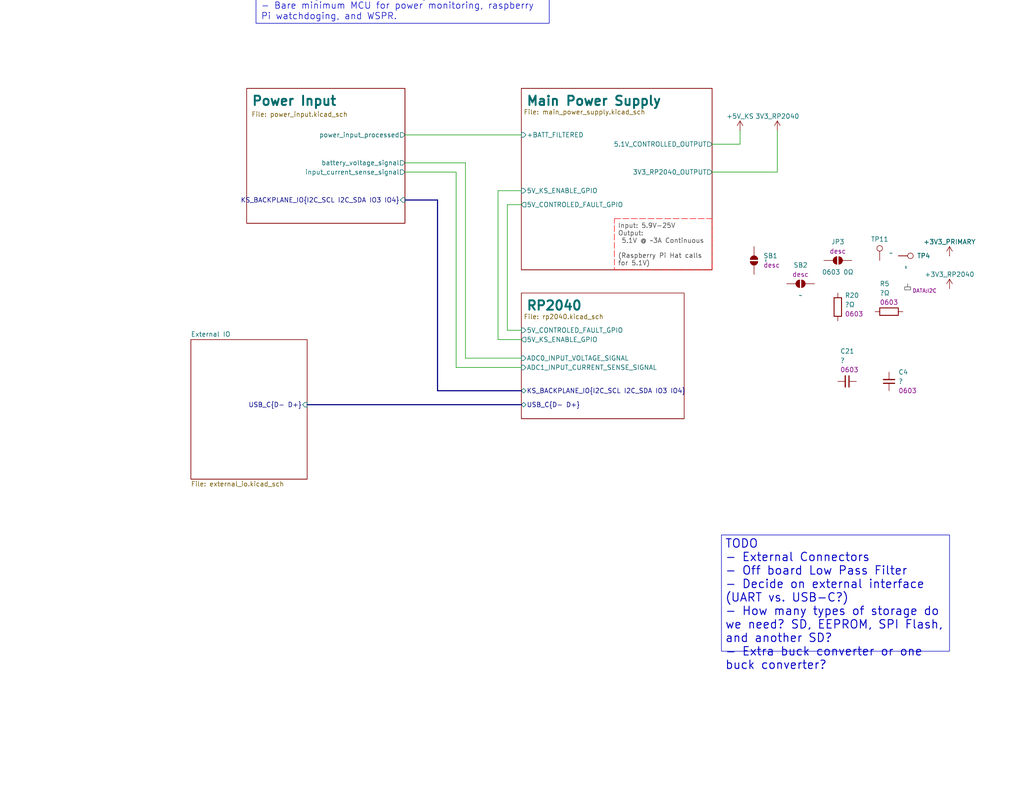
<source format=kicad_sch>
(kicad_sch (version 20250114) (generator "eeschema") (generator_version "9.0")
  (paper "A")
  (title_block (title "Flight Computer Power Supply") (date "2025-02-18") (rev "A") (company "Joshua Jerred"))
  (lib_symbols
    (symbol "Connector:TestPoint" (pin_numbers (hide yes)) (pin_names (offset 0.762) (hide yes))
      (property "Reference" "TP" (at 0 6.858 0))
      (property "Value" "TestPoint" (at 0 5.08 0))
      (symbol "TestPoint_0_1"
        (circle (center 0 3.302) (radius 0.762))
      )
      (symbol "TestPoint_1_1"
        (pin passive line (at 0 0 90) (length 2.54) (name "1") (number "1"))
      )
    )
    (symbol "Device:C_Small" (pin_numbers (hide yes)) (pin_names (offset 0.254) (hide yes))
      (property "Reference" "C" (at 0.254 1.778 0))
      (property "Value" "C_Small" (at 0.254 -2.032 0))
      (symbol "C_Small_0_1"
        (polyline (pts (xy -1.524 0.508) (xy 1.524 0.508)) (stroke (width 0.3048)))
        (polyline (pts (xy -1.524 -0.508) (xy 1.524 -0.508)) (stroke (width 0.3302)))
      )
      (symbol "C_Small_1_1"
        (pin passive line (at 0 2.54 270) (length 2.032) (name "~") (number "1"))
        (pin passive line (at 0 -2.54 90) (length 2.032) (name "~") (number "2"))
      )
    )
    (symbol "Device:R" (pin_numbers (hide yes)) (pin_names (offset 0))
      (property "Reference" "R" (at 2.032 0 90))
      (property "Value" "R" (at 0 0 90))
      (symbol "R_0_1"
        (rectangle (start -1.016 -2.54) (end 1.016 2.54) (stroke (width 0.254)))
      )
      (symbol "R_1_1"
        (pin passive line (at 0 3.81 270) (length 1.27) (name "~") (number "1"))
        (pin passive line (at 0 -3.81 90) (length 1.27) (name "~") (number "2"))
      )
    )
    (symbol "Jumper:SolderJumper_2_Open" (pin_numbers (hide yes)) (pin_names (offset 0) (hide yes)) (exclude_from_sim yes) (in_bom no)
      (property "Reference" "JP" (at 0 2.032 0))
      (property "Value" "SolderJumper_2_Open" (at 0 -2.54 0))
      (symbol "SolderJumper_2_Open_0_1"
        (polyline (pts (xy -0.254 1.016) (xy -0.254 -1.016)))
        (arc (start -0.254 -1.016) (mid -1.2656 0) (end -0.254 1.016))
        (arc (start -0.254 -1.016) (mid -1.2656 0) (end -0.254 1.016) (fill (type outline)))
        (arc (start 0.254 1.016) (mid 1.2656 0) (end 0.254 -1.016))
        (arc (start 0.254 1.016) (mid 1.2656 0) (end 0.254 -1.016) (fill (type outline)))
        (polyline (pts (xy 0.254 1.016) (xy 0.254 -1.016)))
      )
      (symbol "SolderJumper_2_Open_1_1"
        (pin passive line (at -3.81 0 0) (length 2.54) (name "A") (number "1"))
        (pin passive line (at 3.81 0 180) (length 2.54) (name "B") (number "2"))
      )
    )
    (symbol "keystone_symbols:+5V_KS" (power) (pin_numbers (hide yes)) (pin_names (offset 0) (hide yes))
      (property "Value" "+5V_KS" (at 0 3.556 0))
      (symbol "+5V_KS_0_1"
        (polyline (pts (xy -0.762 1.27) (xy 0 2.54)))
        (polyline (pts (xy 0 2.54) (xy 0.762 1.27)))
        (polyline (pts (xy 0 0) (xy 0 2.54)))
      )
      (symbol "+5V_KS_1_1"
        (pin power_in line (at 0 0 90) (length 0) (name "~") (number "1"))
      )
    )
    (symbol "power:+3V3" (power) (pin_numbers (hide yes)) (pin_names (offset 0) (hide yes))
      (property "Value" "+3V3" (at 0 3.556 0))
      (symbol "+3V3_0_1"
        (polyline (pts (xy -0.762 1.27) (xy 0 2.54)))
        (polyline (pts (xy 0 2.54) (xy 0.762 1.27)))
        (polyline (pts (xy 0 0) (xy 0 2.54)))
      )
      (symbol "+3V3_1_1"
        (pin power_in line (at 0 0 90) (length 0) (name "~") (number "1"))
      )
    )
  )
  (text_box "Input: 5.9V-25V\nOutput:\n 5.1V @ ~3A Continuous\n\n(Raspberry Pi Hat calls for 5.1V)" (at 167.64 59.69 0) (size 26.67 13.97) (margins 0.9525 0.9525 0.9525 0.9525) (stroke (width 0) (type dash) (color 255 0 0 1)) (effects (font (size 1.27 1.27)) (justify left)))
  (text_box "The power-supply for the entire flight computer.\n- Bottom layer of the flight computer stack\n- Not a lot going on here, so space can be wasted to make good power\n- 2SnP 18650 Buck Topology, 2 cell of 4 cells\n- BATT_V (5.8-9V) is regulated to 5V with a buck converter.\n	- 5V @ 2.5A continuous, 3.0A peak\n- 5V is regulated to 3.3V through LDOs\n- Bare minimum MCU for power monitoring, raspberry Pi watchdoging, and WSPR." (at 69.85 -26.67 0) (size 80.01 33.02) (margins 1.3335 1.3335 1.3335 1.3335) (effects (font (size 1.778 1.778)) (justify left top)))
  (text_box "TODO\n- External Connectors\n- Off board Low Pass Filter\n- Decide on external interface (UART vs. USB-C?)\n- How many types of storage do we need? SD, EEPROM, SPI Flash, and another SD?\n- Extra buck converter or one buck converter?" (at 196.85 146.05 0) (size 62.23 31.75) (margins 0.9525 0.9525 0.9525 0.9525) (effects (font (size 2.286 2.286) (thickness 0.254) (bold yes)) (justify left top)))
  (text_box "https://electronics.stackexchange.com/questions/524760/how-does-the-back-power-protection-of-the-pi-function" (at 247.65 -19.05 0) (size 43.18 15.24) (margins 0.9525 0.9525 0.9525 0.9525) (stroke (width 0) (color 255 0 0 1)) (effects (font (size 1.27 1.27)) (justify left bottom)))
  (wire (pts (xy 138.43 55.88) (xy 138.43 90.17)))
  (wire (pts (xy 201.93 35.56) (xy 201.93 39.37)))
  (wire (pts (xy 110.49 44.45) (xy 127 44.45)))
  (wire (pts (xy 135.89 92.71) (xy 142.24 92.71)))
  (wire (pts (xy 142.24 55.88) (xy 138.43 55.88)))
  (bus (pts (xy 119.38 106.68) (xy 142.24 106.68)))
  (bus (pts (xy 110.49 54.61) (xy 119.38 54.61)))
  (wire (pts (xy 212.09 35.56) (xy 212.09 46.99)))
  (bus (pts (xy 83.82 110.49) (xy 142.24 110.49)))
  (wire (pts (xy 110.49 36.83) (xy 142.24 36.83)))
  (wire (pts (xy 110.49 46.99) (xy 124.46 46.99)))
  (wire (pts (xy 194.31 46.99) (xy 212.09 46.99)))
  (bus (pts (xy 119.38 54.61) (xy 119.38 106.68)))
  (wire (pts (xy 124.46 100.33) (xy 142.24 100.33)))
  (wire (pts (xy 142.24 97.79) (xy 127 97.79)))
  (wire (pts (xy 194.31 39.37) (xy 201.93 39.37)))
  (wire (pts (xy 127 97.79) (xy 127 44.45)))
  (wire (pts (xy 135.89 52.07) (xy 135.89 92.71)))
  (wire (pts (xy 124.46 46.99) (xy 124.46 100.33)))
  (wire (pts (xy 138.43 90.17) (xy 142.24 90.17)))
  (wire (pts (xy 142.24 52.07) (xy 135.89 52.07)))
  (netclass_flag "" (length 1.27) (shape rectangle) (at 247.65 77.47 180) (property "Netclass" "DATA:I2C" (at 248.92 79.375 0) (effects (font (size 1.016 1.016)) (justify left))))
  (symbol (lib_id "Device:R") (at 242.57 85.09 90) (unit 1)
    (property "Reference" "R5" (at 240.03 77.47 90) (effects (justify right)))
    (property "Value" "?Ω" (at 240.03 80.01 90) (effects (justify right)))
    (property "Description" "Resistor" (effects (hide yes)))
    (property "Size" "0603" (at 240.03 82.55 90) (effects (justify right)))
  )
  (symbol (lib_id "Jumper:SolderJumper_2_Open") (at 218.44 77.47 0) (unit 1) (in_bom no) (on_board no)
    (property "Reference" "SB2" (at 218.44 72.39 0))
    (property "Value" "~" (at 218.44 80.645 0))
    (property "Description" "desc" (at 218.44 74.93 0))
  )
  (symbol (lib_id "power:+3V3") (at 212.09 35.56 0) (unit 1)
    (property "Reference" "#PWR040" (effects (hide yes)))
    (property "Value" "3V3_RP2040" (at 212.09 31.75 0))
    (property "Description" "3V3_RP2040" (effects (hide yes)))
  )
  (symbol (lib_id "Connector:TestPoint") (at 240.03 71.12 0) (unit 1)
    (property "Reference" "TP11" (at 240.03 66.04 0) (effects (justify bottom)))
    (property "Value" "~" (at 242.57 69.088 0) (effects (justify left)))
    (property "Description" "test point" (effects (hide yes)))
  )
  (symbol (lib_id "Connector:TestPoint") (at 245.11 69.85 270) (unit 1)
    (property "Reference" "TP4" (at 250.19 69.85 90) (effects (justify left)))
    (property "Value" "~" (at 247.142 72.39 0) (effects (justify left)))
    (property "Description" "test point" (effects (hide yes)))
  )
  (symbol (lib_id "Device:R") (at 228.6 83.82 0) (unit 1)
    (property "Reference" "R20" (at 230.505 80.645 0) (effects (justify left)))
    (property "Value" "?Ω" (at 230.505 83.185 0) (effects (justify left)))
    (property "Description" "Resistor" (effects (hide yes)))
    (property "Size" "0603" (at 230.505 85.725 0) (effects (justify left)))
  )
  (symbol (lib_id "Device:C_Small") (at 231.14 104.14 270) (unit 1)
    (property "Reference" "C21" (at 229.235 95.885 90) (effects (justify left)))
    (property "Value" "?" (at 229.235 98.425 90) (effects (justify left)))
    (property "Footprint" "Capacitor_SMD:C_0603_1608Metric_Pad1.08x0.95mm_HandSolder" (effects (hide yes)))
    (property "Datasheet" "n/a" (effects (hide yes)))
    (property "Description" "Unpolarized capacitor, small symbol" (effects (hide yes)))
    (property "Size" "0603" (at 229.235 100.965 90) (effects (justify left)))
  )
  (symbol (lib_id "power:+3V3") (at 259.08 78.74 0) (unit 1)
    (property "Reference" "#PWR07" (effects (hide yes)))
    (property "Value" "+3V3_RP2040" (at 259.08 74.93 0))
    (property "Description" "Power symbol creates a global label with name \"+3V3\"" (effects (hide yes)))
  )
  (symbol (lib_id "power:+3V3") (at 259.08 69.85 0) (unit 1)
    (property "Reference" "#PWR010" (effects (hide yes)))
    (property "Value" "+3V3_PRIMARY" (at 259.08 66.04 0))
    (property "Description" "Power symbol creates a global label with name \"+3V3\"" (effects (hide yes)))
  )
  (symbol (lib_id "Jumper:SolderJumper_2_Open") (at 205.74 71.12 90) (unit 1) (in_bom no) (on_board no)
    (property "Reference" "SB1" (at 208.28 69.85 90) (effects (justify right)))
    (property "Value" "~" (at 208.915 71.12 0))
    (property "Description" "desc" (at 208.28 72.39 90) (effects (justify right)))
  )
  (symbol (lib_id "Jumper:SolderJumper_2_Open") (at 228.6 71.12 0) (unit 1) (in_bom no) (on_board no)
    (property "Reference" "JP3" (at 228.6 66.04 0))
    (property "Value" "0603 0Ω" (at 228.6 74.295 0))
    (property "Footprint" "Resistor_SMD:R_1210_3225Metric" (effects (hide yes)))
    (property "Description" "desc" (at 228.6 68.58 0))
  )
  (symbol (lib_id "Device:C_Small") (at 242.57 104.14 180) (unit 1)
    (property "Reference" "C4" (at 245.11 101.6 0) (effects (justify right)))
    (property "Value" "?" (at 245.11 104.14 0) (effects (justify right)))
    (property "Footprint" "Capacitor_SMD:C_0603_1608Metric_Pad1.08x0.95mm_HandSolder" (effects (hide yes)))
    (property "Datasheet" "n/a" (effects (hide yes)))
    (property "Description" "Unpolarized capacitor, small symbol" (effects (hide yes)))
    (property "Size" "0603" (at 245.11 106.68 0) (effects (justify right)))
  )
  (symbol (lib_id "keystone_symbols:+5V_KS") (at 201.93 35.56 0) (unit 1)
    (property "Reference" "#PWR067" (effects (hide yes)))
    (property "Value" "+5V_KS" (at 201.93 31.75 0))
    (property "Description" "Power symbol creates a global label with name {dblquote}+5V_KS{dblquote}. This is the 5V supply that is controlled by the power supply board." (effects (hide yes)))
  )
  (sheet (at 67.31 24.13) (size 43.18 36.83) (stroke (width 0.1524))
    (property "Sheetname" "Power Input" (at 68.58 26.035 0) (effects (font (size 2.54 2.54) (thickness 0.508) (bold yes)) (justify left top)))
    (property "Sheetfile" "power_input.kicad_sch" (at 68.58 30.48 0) (effects (justify left top)))
    (pin "power_input_processed" output (at 110.49 36.83 0))
    (pin "battery_voltage_signal" output (at 110.49 44.45 0))
    (pin "input_current_sense_signal" output (at 110.49 46.99 0))
    (pin "KS_BACKPLANE_IO{I2C_SCL I2C_SDA IO3 IO4}" input (at 110.49 54.61 0))
  )
  (sheet (at 142.24 80.01) (size 44.45 34.29) (stroke (width 0.1524))
    (property "Sheetname" "RP2040" (at 143.51 81.915 0) (effects (font (size 2.54 2.54) (thickness 0.508) (bold yes)) (justify left top)))
    (property "Sheetfile" "rp2040.kicad_sch" (at 142.875 85.725 0) (effects (justify left top)))
    (pin "ADC0_INPUT_VOLTAGE_SIGNAL" input (at 142.24 97.79 180))
    (pin "ADC1_INPUT_CURRENT_SENSE_SIGNAL" input (at 142.24 100.33 180))
    (pin "5V_KS_ENABLE_GPIO" output (at 142.24 92.71 180))
    (pin "USB_C{D- D+}" bidirectional (at 142.24 110.49 180))
    (pin "KS_BACKPLANE_IO{I2C_SCL I2C_SDA IO3 IO4}" bidirectional (at 142.24 106.68 180))
    (pin "5V_CONTROLED_FAULT_GPIO" input (at 142.24 90.17 180))
  )
  (sheet (at 142.24 24.13) (size 52.07 49.53) (stroke (width 0.1524))
    (property "Sheetname" "Main Power Supply" (at 143.51 26.035 0) (effects (font (size 2.54 2.54) (thickness 0.508) (bold yes)) (justify left top)))
    (property "Sheetfile" "main_power_supply.kicad_sch" (at 142.875 29.845 0) (effects (justify left top)))
    (pin "+BATT_FILTERED" input (at 142.24 36.83 180))
    (pin "5V_KS_ENABLE_GPIO" input (at 142.24 52.07 180))
    (pin "3V3_RP2040_OUTPUT" output (at 194.31 46.99 0))
    (pin "5.1V_CONTROLLED_OUTPUT" output (at 194.31 39.37 0))
    (pin "5V_CONTROLED_FAULT_GPIO" output (at 142.24 55.88 180))
  )
  (sheet (at 52.07 92.71) (size 31.75 38.1) (stroke (width 0.1524))
    (property "Sheetname" "External IO" (at 52.07 91.9984 0) (effects (justify left bottom)))
    (property "Sheetfile" "external_io.kicad_sch" (at 52.07 131.3946 0) (effects (justify left top)))
    (pin "USB_C{D- D+}" input (at 83.82 110.49 0))
  )
)
</source>
